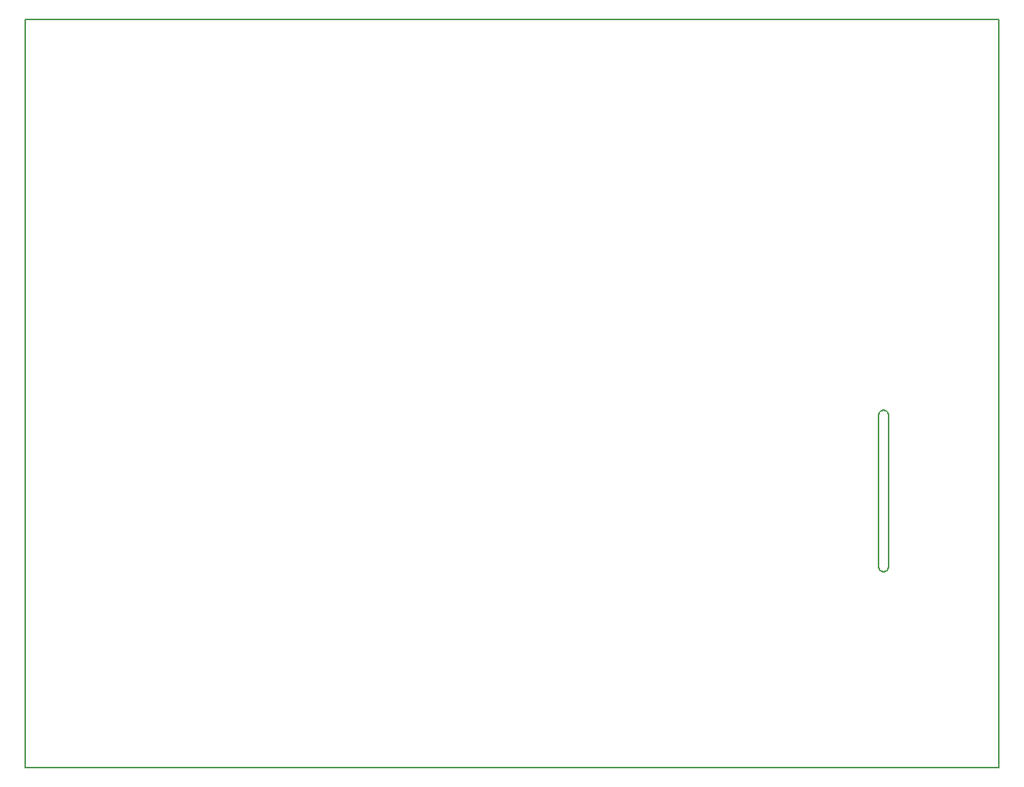
<source format=gbr>
G04 PROTEUS GERBER X2 FILE*
%TF.GenerationSoftware,Labcenter,Proteus,8.11-SP1-Build30228*%
%TF.CreationDate,2022-02-22T19:14:10+00:00*%
%TF.FileFunction,NonPlated,1,4,NPTH*%
%TF.FilePolarity,Positive*%
%TF.Part,Single*%
%TF.SameCoordinates,{6c2897ae-c00c-46c9-bae6-367ef81e3b77}*%
%FSLAX45Y45*%
%MOMM*%
G01*
%TA.AperFunction,Slot*%
%ADD124C,0.203200*%
%TA.AperFunction,Profile*%
%ADD47C,0.203200*%
%TD.AperFunction*%
D124*
X-4450000Y-1650000D02*
X+7000000Y-1650000D01*
X+7000000Y+7150000D01*
X-4450000Y+7150000D01*
X-4450000Y-1650000D01*
D47*
X+7000000Y-1650000D01*
X+7000000Y+7150000D01*
X-4450000Y+7150000D01*
X-4450000Y-1650000D01*
X+5641340Y+2554820D02*
X+5663332Y+2550509D01*
X+5681067Y+2538667D01*
X+5692909Y+2520932D01*
X+5697220Y+2498940D01*
X+5641340Y+2554820D02*
X+5619348Y+2550509D01*
X+5601613Y+2538667D01*
X+5589771Y+2520932D01*
X+5585460Y+2498940D01*
X+5641340Y+652360D02*
X+5619348Y+656671D01*
X+5601613Y+668513D01*
X+5589771Y+686248D01*
X+5585460Y+708240D01*
X+5641340Y+652360D02*
X+5663332Y+656671D01*
X+5681067Y+668513D01*
X+5692909Y+686248D01*
X+5697220Y+708240D01*
X+5585460Y+705700D02*
X+5585460Y+2498940D01*
X+5697220Y+2498940D02*
X+5697220Y+708240D01*
D124*
X+5641340Y+2554820D02*
X+5663332Y+2550509D01*
X+5681067Y+2538667D01*
X+5692909Y+2520932D01*
X+5697220Y+2498940D01*
X+5641340Y+2554820D02*
X+5619348Y+2550509D01*
X+5601613Y+2538667D01*
X+5589771Y+2520932D01*
X+5585460Y+2498940D01*
X+5641340Y+652360D02*
X+5619348Y+656671D01*
X+5601613Y+668513D01*
X+5589771Y+686248D01*
X+5585460Y+708240D01*
X+5641340Y+652360D02*
X+5663332Y+656671D01*
X+5681067Y+668513D01*
X+5692909Y+686248D01*
X+5697220Y+708240D01*
X+5585460Y+705700D02*
X+5585460Y+2498940D01*
X+5697220Y+2498940D02*
X+5697220Y+708240D01*
M02*

</source>
